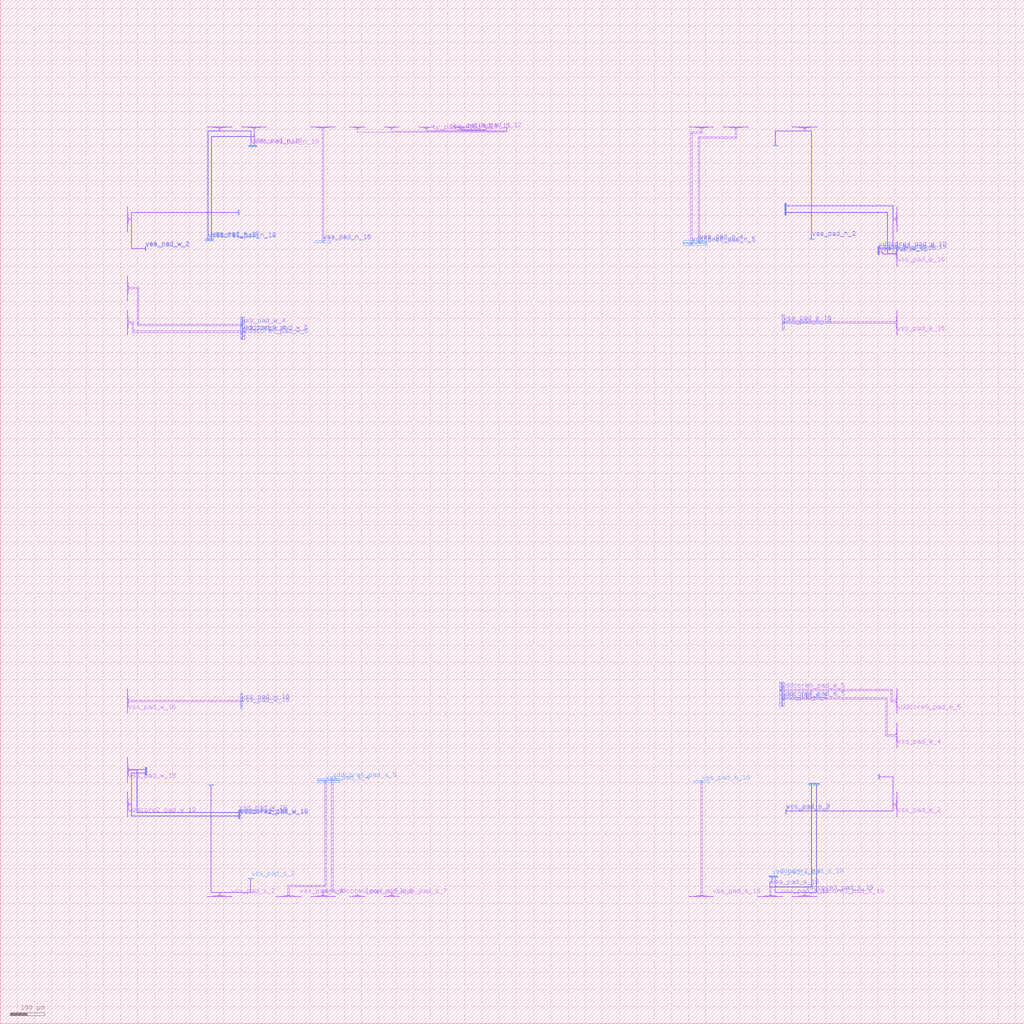
<source format=lef>
VERSION 5.7 ;
  NOWIREEXTENSIONATPIN ON ;
  DIVIDERCHAR "/" ;
  BUSBITCHARS "[]" ;
MACRO wiring
  CLASS COVER ;
  FOREIGN wiring ;
  ORIGIN 0.000 0.000 ;
  SIZE 2975.600 BY 2975.600 ;
  PIN vss_pad_s_2
    DIRECTION INOUT ;
    USE GROUND ;
    PORT
      LAYER Metal2 ;
        RECT 611.950 692.780 613.650 694.380 ;
        RECT 612.000 382.780 613.600 692.780 ;
        RECT 726.950 421.220 728.650 422.820 ;
        RECT 727.000 382.780 728.600 421.220 ;
        RECT 612.000 381.180 728.600 382.780 ;
        RECT 636.200 373.940 639.400 381.180 ;
        RECT 635.970 373.660 639.630 373.940 ;
        RECT 635.450 373.380 640.150 373.660 ;
        RECT 634.790 373.100 640.810 373.380 ;
        RECT 633.940 372.820 641.660 373.100 ;
        RECT 632.850 372.540 642.750 372.820 ;
        RECT 631.450 372.260 644.150 372.540 ;
        RECT 629.660 371.980 645.940 372.260 ;
        RECT 627.370 371.700 648.230 371.980 ;
        RECT 624.420 371.420 651.180 371.700 ;
        RECT 620.650 371.140 654.950 371.420 ;
        RECT 615.810 370.860 659.790 371.140 ;
        RECT 609.610 370.580 665.990 370.860 ;
        RECT 601.660 370.300 673.940 370.580 ;
        RECT 601.660 369.300 611.160 370.300 ;
        RECT 614.060 369.300 624.310 370.300 ;
        RECT 625.910 369.300 636.160 370.300 ;
        RECT 639.440 369.300 649.690 370.300 ;
        RECT 651.290 369.300 661.540 370.300 ;
        RECT 664.440 369.300 673.940 370.300 ;
      LAYER Metal3 ;
        RECT 612.000 694.380 613.600 694.425 ;
        RECT 611.955 692.780 613.645 694.380 ;
        RECT 612.000 692.735 613.600 692.780 ;
        RECT 727.000 422.820 728.600 422.865 ;
        RECT 726.955 421.220 728.645 422.820 ;
        RECT 727.000 421.175 728.600 421.220 ;
      LAYER Metal4 ;
        RECT 612.000 694.380 613.600 694.425 ;
        RECT 611.955 692.780 613.645 694.380 ;
        RECT 612.000 692.735 613.600 692.780 ;
        RECT 727.000 422.820 728.600 422.865 ;
        RECT 726.955 421.220 728.645 422.820 ;
        RECT 727.000 421.175 728.600 421.220 ;
      LAYER Metal5 ;
        RECT 612.000 694.380 613.600 694.425 ;
        RECT 605.600 692.780 620.000 694.380 ;
        RECT 612.000 692.735 613.600 692.780 ;
        RECT 727.000 422.820 728.600 422.865 ;
        RECT 720.600 421.220 735.000 422.820 ;
        RECT 727.000 421.175 728.600 421.220 ;
    END
  END vss_pad_s_2
  PIN vss_pad_s_4
    DIRECTION INOUT ;
    USE GROUND ;
    PORT
      LAYER Metal2 ;
        RECT 942.185 700.440 947.285 705.440 ;
        RECT 942.235 402.880 947.235 700.440 ;
        RECT 835.300 397.880 947.235 402.880 ;
        RECT 835.300 373.380 840.300 397.880 ;
        RECT 834.790 373.100 840.810 373.380 ;
        RECT 833.940 372.820 841.660 373.100 ;
        RECT 832.850 372.540 842.750 372.820 ;
        RECT 831.450 372.260 844.150 372.540 ;
        RECT 829.660 371.980 845.940 372.260 ;
        RECT 827.370 371.700 848.230 371.980 ;
        RECT 824.420 371.420 851.180 371.700 ;
        RECT 820.650 371.140 854.950 371.420 ;
        RECT 815.810 370.860 859.790 371.140 ;
        RECT 809.610 370.580 865.990 370.860 ;
        RECT 801.660 370.300 873.940 370.580 ;
        RECT 801.660 369.300 811.160 370.300 ;
        RECT 814.060 369.300 824.310 370.300 ;
        RECT 825.910 369.300 836.160 370.300 ;
        RECT 839.440 369.300 849.690 370.300 ;
        RECT 851.290 369.300 861.540 370.300 ;
        RECT 864.440 369.300 873.940 370.300 ;
      LAYER Metal3 ;
        RECT 942.235 705.440 947.235 705.485 ;
        RECT 942.190 700.440 947.280 705.440 ;
        RECT 942.235 700.395 947.235 700.440 ;
      LAYER Metal4 ;
        RECT 942.235 705.440 947.235 705.485 ;
        RECT 942.190 700.440 947.280 705.440 ;
        RECT 942.235 700.395 947.235 700.440 ;
      LAYER Metal5 ;
        RECT 942.235 705.440 947.235 705.485 ;
        RECT 922.235 700.440 987.235 705.440 ;
        RECT 942.235 700.395 947.235 700.440 ;
    END
  END vss_pad_s_4
  PIN vddcore0_pad_s_5
    DIRECTION INOUT ;
    USE POWER ;
    PORT
      LAYER Metal2 ;
        RECT 962.185 707.440 967.285 712.440 ;
        RECT 962.235 387.880 967.235 707.440 ;
        RECT 935.300 382.880 967.235 387.880 ;
        RECT 935.300 373.380 940.300 382.880 ;
        RECT 934.790 373.100 940.810 373.380 ;
        RECT 933.940 372.820 941.660 373.100 ;
        RECT 932.850 372.540 942.750 372.820 ;
        RECT 931.450 372.260 944.150 372.540 ;
        RECT 929.660 371.980 945.940 372.260 ;
        RECT 927.370 371.700 948.230 371.980 ;
        RECT 924.420 371.420 951.180 371.700 ;
        RECT 920.650 371.140 954.950 371.420 ;
        RECT 915.810 370.860 959.790 371.140 ;
        RECT 909.610 370.580 965.990 370.860 ;
        RECT 901.660 370.300 973.940 370.580 ;
        RECT 901.660 369.300 911.160 370.300 ;
        RECT 914.060 369.300 924.310 370.300 ;
        RECT 925.910 369.300 936.160 370.300 ;
        RECT 939.440 369.300 949.690 370.300 ;
        RECT 951.290 369.300 961.540 370.300 ;
        RECT 964.440 369.300 973.940 370.300 ;
      LAYER Metal3 ;
        RECT 962.235 712.440 967.235 712.485 ;
        RECT 962.190 707.440 967.280 712.440 ;
        RECT 962.235 707.395 967.235 707.440 ;
      LAYER Metal4 ;
        RECT 962.235 712.440 967.235 712.485 ;
        RECT 962.190 707.440 967.280 712.440 ;
        RECT 962.235 707.395 967.235 707.440 ;
      LAYER Metal5 ;
        RECT 962.235 712.440 967.235 712.485 ;
        RECT 922.235 707.440 987.235 712.440 ;
        RECT 962.235 707.395 967.235 707.440 ;
    END
  END vddcore0_pad_s_5
  PIN vss_pad_s_16
    DIRECTION INOUT ;
    USE GROUND ;
    PORT
      LAYER Metal2 ;
        RECT 2035.250 700.440 2040.350 705.440 ;
        RECT 2035.300 373.380 2040.300 700.440 ;
        RECT 2034.790 373.100 2040.810 373.380 ;
        RECT 2033.940 372.820 2041.660 373.100 ;
        RECT 2032.850 372.540 2042.750 372.820 ;
        RECT 2031.450 372.260 2044.150 372.540 ;
        RECT 2029.660 371.980 2045.940 372.260 ;
        RECT 2027.370 371.700 2048.230 371.980 ;
        RECT 2024.420 371.420 2051.180 371.700 ;
        RECT 2020.650 371.140 2054.950 371.420 ;
        RECT 2015.810 370.860 2059.790 371.140 ;
        RECT 2009.610 370.580 2065.990 370.860 ;
        RECT 2001.660 370.300 2073.940 370.580 ;
        RECT 2001.660 369.300 2011.160 370.300 ;
        RECT 2014.060 369.300 2024.310 370.300 ;
        RECT 2025.910 369.300 2036.160 370.300 ;
        RECT 2039.440 369.300 2049.690 370.300 ;
        RECT 2051.290 369.300 2061.540 370.300 ;
        RECT 2064.440 369.300 2073.940 370.300 ;
      LAYER Metal3 ;
        RECT 2035.300 705.440 2040.300 705.485 ;
        RECT 2035.255 700.440 2040.345 705.440 ;
        RECT 2035.300 700.395 2040.300 700.440 ;
      LAYER Metal4 ;
        RECT 2035.300 705.440 2040.300 705.485 ;
        RECT 2035.255 700.440 2040.345 705.440 ;
        RECT 2035.300 700.395 2040.300 700.440 ;
      LAYER Metal5 ;
        RECT 2035.300 705.440 2040.300 705.485 ;
        RECT 2015.300 700.440 2060.300 705.440 ;
        RECT 2035.300 700.395 2040.300 700.440 ;
    END
  END vss_pad_s_16
  PIN vss_pad_s_18
    DIRECTION INOUT ;
    USE GROUND ;
    PORT
      LAYER Metal2 ;
        RECT 2241.150 425.150 2242.850 426.750 ;
        RECT 2241.200 412.780 2242.800 425.150 ;
        RECT 2236.200 411.180 2242.800 412.780 ;
        RECT 2236.200 397.780 2237.800 411.180 ;
        RECT 2236.200 396.180 2239.450 397.780 ;
        RECT 2236.200 373.940 2239.400 396.180 ;
        RECT 2235.970 373.660 2239.630 373.940 ;
        RECT 2235.450 373.380 2240.150 373.660 ;
        RECT 2234.790 373.100 2240.810 373.380 ;
        RECT 2233.940 372.820 2241.660 373.100 ;
        RECT 2232.850 372.540 2242.750 372.820 ;
        RECT 2231.450 372.260 2244.150 372.540 ;
        RECT 2229.660 371.980 2245.940 372.260 ;
        RECT 2227.370 371.700 2248.230 371.980 ;
        RECT 2224.420 371.420 2251.180 371.700 ;
        RECT 2220.650 371.140 2254.950 371.420 ;
        RECT 2215.810 370.860 2259.790 371.140 ;
        RECT 2209.610 370.580 2265.990 370.860 ;
        RECT 2201.660 370.300 2273.940 370.580 ;
        RECT 2201.660 369.300 2211.160 370.300 ;
        RECT 2214.060 369.300 2224.310 370.300 ;
        RECT 2225.910 369.300 2236.160 370.300 ;
        RECT 2239.440 369.300 2249.690 370.300 ;
        RECT 2251.290 369.300 2261.540 370.300 ;
        RECT 2264.440 369.300 2273.940 370.300 ;
      LAYER Metal3 ;
        RECT 2356.150 693.700 2357.850 695.300 ;
        RECT 2241.200 426.750 2242.800 426.795 ;
        RECT 2241.155 425.150 2242.845 426.750 ;
        RECT 2241.200 425.105 2242.800 425.150 ;
        RECT 2237.800 397.780 2239.400 397.830 ;
        RECT 2356.200 397.780 2357.800 693.700 ;
        RECT 2237.800 396.180 2357.800 397.780 ;
        RECT 2237.800 396.130 2239.400 396.180 ;
      LAYER Metal4 ;
        RECT 2356.200 695.300 2357.800 695.345 ;
        RECT 2356.155 693.700 2357.845 695.300 ;
        RECT 2356.200 693.655 2357.800 693.700 ;
        RECT 2241.200 426.750 2242.800 426.795 ;
        RECT 2241.155 425.150 2242.845 426.750 ;
        RECT 2241.200 425.105 2242.800 425.150 ;
      LAYER Metal5 ;
        RECT 2356.200 695.300 2357.800 695.345 ;
        RECT 2349.800 693.700 2379.200 695.300 ;
        RECT 2356.200 693.655 2357.800 693.700 ;
        RECT 2241.200 426.750 2242.800 426.795 ;
        RECT 2234.800 425.150 2259.200 426.750 ;
        RECT 2241.200 425.105 2242.800 425.150 ;
    END
  END vss_pad_s_18
  PIN vddcore3_pad_s_19
    DIRECTION INOUT ;
    USE POWER ;
    PORT
      LAYER Metal2 ;
        RECT 2251.150 428.450 2252.850 430.050 ;
        RECT 2251.200 382.780 2252.800 428.450 ;
        RECT 2251.200 381.180 2339.450 382.780 ;
        RECT 2336.200 373.940 2339.400 381.180 ;
        RECT 2335.970 373.660 2339.630 373.940 ;
        RECT 2335.450 373.380 2340.150 373.660 ;
        RECT 2334.790 373.100 2340.810 373.380 ;
        RECT 2333.940 372.820 2341.660 373.100 ;
        RECT 2332.850 372.540 2342.750 372.820 ;
        RECT 2331.450 372.260 2344.150 372.540 ;
        RECT 2329.660 371.980 2345.940 372.260 ;
        RECT 2327.370 371.700 2348.230 371.980 ;
        RECT 2324.420 371.420 2351.180 371.700 ;
        RECT 2320.650 371.140 2354.950 371.420 ;
        RECT 2315.810 370.860 2359.790 371.140 ;
        RECT 2309.610 370.580 2365.990 370.860 ;
        RECT 2301.660 370.300 2373.940 370.580 ;
        RECT 2301.660 369.300 2311.160 370.300 ;
        RECT 2314.060 369.300 2324.310 370.300 ;
        RECT 2325.910 369.300 2336.160 370.300 ;
        RECT 2339.440 369.300 2349.690 370.300 ;
        RECT 2351.290 369.300 2361.540 370.300 ;
        RECT 2364.440 369.300 2373.940 370.300 ;
      LAYER Metal3 ;
        RECT 2371.150 697.000 2372.850 698.600 ;
        RECT 2251.200 430.050 2252.800 430.095 ;
        RECT 2251.155 428.450 2252.845 430.050 ;
        RECT 2251.200 428.405 2252.800 428.450 ;
        RECT 2337.800 382.780 2339.400 382.830 ;
        RECT 2371.200 382.780 2372.800 697.000 ;
        RECT 2337.800 381.180 2372.800 382.780 ;
        RECT 2337.800 381.130 2339.400 381.180 ;
      LAYER Metal4 ;
        RECT 2371.200 698.600 2372.800 698.645 ;
        RECT 2371.155 697.000 2372.845 698.600 ;
        RECT 2371.200 696.955 2372.800 697.000 ;
        RECT 2251.200 430.050 2252.800 430.095 ;
        RECT 2251.155 428.450 2252.845 430.050 ;
        RECT 2251.200 428.405 2252.800 428.450 ;
      LAYER Metal5 ;
        RECT 2371.200 698.600 2372.800 698.645 ;
        RECT 2349.800 697.000 2379.200 698.600 ;
        RECT 2371.200 696.955 2372.800 697.000 ;
        RECT 2251.200 430.050 2252.800 430.095 ;
        RECT 2234.800 428.450 2259.200 430.050 ;
        RECT 2251.200 428.405 2252.800 428.450 ;
    END
  END vddcore3_pad_s_19
  PIN vss_pad_e_2
    DIRECTION INOUT ;
    USE GROUND ;
    PORT
      LAYER Metal2 ;
        RECT 2553.300 718.600 2554.900 718.650 ;
        RECT 2553.300 717.000 2594.420 718.600 ;
        RECT 2553.300 716.950 2554.900 717.000 ;
        RECT 2592.820 639.400 2594.420 717.000 ;
        RECT 2605.020 665.990 2606.300 673.940 ;
        RECT 2604.740 664.440 2606.300 665.990 ;
        RECT 2604.740 661.540 2605.300 664.440 ;
        RECT 2604.740 659.790 2606.300 661.540 ;
        RECT 2604.460 654.950 2606.300 659.790 ;
        RECT 2604.180 651.290 2606.300 654.950 ;
        RECT 2604.180 651.180 2605.300 651.290 ;
        RECT 2603.900 649.690 2605.300 651.180 ;
        RECT 2603.900 648.230 2606.300 649.690 ;
        RECT 2603.620 645.940 2606.300 648.230 ;
        RECT 2603.340 644.150 2606.300 645.940 ;
        RECT 2603.060 642.750 2606.300 644.150 ;
        RECT 2602.780 641.660 2606.300 642.750 ;
        RECT 2602.500 640.810 2606.300 641.660 ;
        RECT 2602.220 640.150 2606.300 640.810 ;
        RECT 2601.940 639.630 2606.300 640.150 ;
        RECT 2601.660 639.440 2606.300 639.630 ;
        RECT 2601.660 639.400 2605.300 639.440 ;
        RECT 2592.820 636.200 2605.300 639.400 ;
        RECT 2282.300 618.600 2283.900 618.650 ;
        RECT 2592.820 618.600 2594.420 636.200 ;
        RECT 2601.660 636.160 2605.300 636.200 ;
        RECT 2601.660 635.970 2606.300 636.160 ;
        RECT 2601.940 635.450 2606.300 635.970 ;
        RECT 2602.220 634.790 2606.300 635.450 ;
        RECT 2602.500 633.940 2606.300 634.790 ;
        RECT 2602.780 632.850 2606.300 633.940 ;
        RECT 2603.060 631.450 2606.300 632.850 ;
        RECT 2603.340 629.660 2606.300 631.450 ;
        RECT 2603.620 627.370 2606.300 629.660 ;
        RECT 2603.900 625.910 2606.300 627.370 ;
        RECT 2603.900 624.420 2605.300 625.910 ;
        RECT 2604.180 624.310 2605.300 624.420 ;
        RECT 2604.180 620.650 2606.300 624.310 ;
        RECT 2282.300 617.000 2594.420 618.600 ;
        RECT 2282.300 616.950 2283.900 617.000 ;
        RECT 2604.460 615.810 2606.300 620.650 ;
        RECT 2604.740 614.060 2606.300 615.810 ;
        RECT 2604.740 611.160 2605.300 614.060 ;
        RECT 2604.740 609.610 2606.300 611.160 ;
        RECT 2605.020 601.660 2606.300 609.610 ;
      LAYER Metal3 ;
        RECT 2553.300 718.600 2554.900 718.645 ;
        RECT 2553.255 717.000 2554.945 718.600 ;
        RECT 2553.300 716.955 2554.900 717.000 ;
        RECT 2282.300 618.600 2283.900 618.645 ;
        RECT 2282.255 617.000 2283.945 618.600 ;
        RECT 2282.300 616.955 2283.900 617.000 ;
      LAYER Metal4 ;
        RECT 2553.300 718.600 2554.900 725.000 ;
        RECT 2553.255 717.000 2554.945 718.600 ;
        RECT 2553.300 710.600 2554.900 717.000 ;
        RECT 2282.300 618.600 2283.900 625.000 ;
        RECT 2282.255 617.000 2283.945 618.600 ;
        RECT 2282.300 610.600 2283.900 617.000 ;
    END
  END vss_pad_e_2
  PIN vss_pad_e_4
    DIRECTION INOUT ;
    USE GROUND ;
    PORT
      LAYER Metal2 ;
        RECT 2272.720 947.235 2277.720 947.285 ;
        RECT 2272.720 942.235 2577.720 947.235 ;
        RECT 2272.720 942.185 2277.720 942.235 ;
        RECT 2572.720 840.300 2577.720 942.235 ;
        RECT 2605.020 865.990 2606.300 873.940 ;
        RECT 2604.740 864.440 2606.300 865.990 ;
        RECT 2604.740 861.540 2605.300 864.440 ;
        RECT 2604.740 859.790 2606.300 861.540 ;
        RECT 2604.460 854.950 2606.300 859.790 ;
        RECT 2604.180 851.290 2606.300 854.950 ;
        RECT 2604.180 851.180 2605.300 851.290 ;
        RECT 2603.900 849.690 2605.300 851.180 ;
        RECT 2603.900 848.230 2606.300 849.690 ;
        RECT 2603.620 845.940 2606.300 848.230 ;
        RECT 2603.340 844.150 2606.300 845.940 ;
        RECT 2603.060 842.750 2606.300 844.150 ;
        RECT 2602.780 841.660 2606.300 842.750 ;
        RECT 2602.500 840.810 2606.300 841.660 ;
        RECT 2602.220 840.300 2606.300 840.810 ;
        RECT 2572.720 839.440 2606.300 840.300 ;
        RECT 2572.720 836.160 2605.300 839.440 ;
        RECT 2572.720 835.300 2606.300 836.160 ;
        RECT 2602.220 834.790 2606.300 835.300 ;
        RECT 2602.500 833.940 2606.300 834.790 ;
        RECT 2602.780 832.850 2606.300 833.940 ;
        RECT 2603.060 831.450 2606.300 832.850 ;
        RECT 2603.340 829.660 2606.300 831.450 ;
        RECT 2603.620 827.370 2606.300 829.660 ;
        RECT 2603.900 825.910 2606.300 827.370 ;
        RECT 2603.900 824.420 2605.300 825.910 ;
        RECT 2604.180 824.310 2605.300 824.420 ;
        RECT 2604.180 820.650 2606.300 824.310 ;
        RECT 2604.460 815.810 2606.300 820.650 ;
        RECT 2604.740 814.060 2606.300 815.810 ;
        RECT 2604.740 811.160 2605.300 814.060 ;
        RECT 2604.740 809.610 2606.300 811.160 ;
        RECT 2605.020 801.660 2606.300 809.610 ;
      LAYER Metal3 ;
        RECT 2272.720 947.235 2277.720 947.280 ;
        RECT 2272.675 942.235 2277.765 947.235 ;
        RECT 2272.720 942.190 2277.720 942.235 ;
      LAYER Metal4 ;
        RECT 2272.720 947.235 2277.720 992.235 ;
        RECT 2272.675 942.235 2277.765 947.235 ;
        RECT 2272.720 922.235 2277.720 942.235 ;
    END
  END vss_pad_e_4
  PIN vddcore0_pad_e_5
    DIRECTION INOUT ;
    USE POWER ;
    PORT
      LAYER Metal2 ;
        RECT 2265.720 972.235 2270.720 972.285 ;
        RECT 2265.720 967.235 2592.720 972.235 ;
        RECT 2265.720 967.185 2270.720 967.235 ;
        RECT 2587.720 940.300 2592.720 967.235 ;
        RECT 2605.020 965.990 2606.300 973.940 ;
        RECT 2604.740 964.440 2606.300 965.990 ;
        RECT 2604.740 961.540 2605.300 964.440 ;
        RECT 2604.740 959.790 2606.300 961.540 ;
        RECT 2604.460 954.950 2606.300 959.790 ;
        RECT 2604.180 951.290 2606.300 954.950 ;
        RECT 2604.180 951.180 2605.300 951.290 ;
        RECT 2603.900 949.690 2605.300 951.180 ;
        RECT 2603.900 948.230 2606.300 949.690 ;
        RECT 2603.620 945.940 2606.300 948.230 ;
        RECT 2603.340 944.150 2606.300 945.940 ;
        RECT 2603.060 942.750 2606.300 944.150 ;
        RECT 2602.780 941.660 2606.300 942.750 ;
        RECT 2602.500 940.810 2606.300 941.660 ;
        RECT 2602.220 940.300 2606.300 940.810 ;
        RECT 2587.720 939.440 2606.300 940.300 ;
        RECT 2587.720 936.160 2605.300 939.440 ;
        RECT 2587.720 935.300 2606.300 936.160 ;
        RECT 2602.220 934.790 2606.300 935.300 ;
        RECT 2602.500 933.940 2606.300 934.790 ;
        RECT 2602.780 932.850 2606.300 933.940 ;
        RECT 2603.060 931.450 2606.300 932.850 ;
        RECT 2603.340 929.660 2606.300 931.450 ;
        RECT 2603.620 927.370 2606.300 929.660 ;
        RECT 2603.900 925.910 2606.300 927.370 ;
        RECT 2603.900 924.420 2605.300 925.910 ;
        RECT 2604.180 924.310 2605.300 924.420 ;
        RECT 2604.180 920.650 2606.300 924.310 ;
        RECT 2604.460 915.810 2606.300 920.650 ;
        RECT 2604.740 914.060 2606.300 915.810 ;
        RECT 2604.740 911.160 2605.300 914.060 ;
        RECT 2604.740 909.610 2606.300 911.160 ;
        RECT 2605.020 901.660 2606.300 909.610 ;
      LAYER Metal3 ;
        RECT 2265.720 972.235 2270.720 972.280 ;
        RECT 2265.675 967.235 2270.765 972.235 ;
        RECT 2265.720 967.190 2270.720 967.235 ;
      LAYER Metal4 ;
        RECT 2265.720 972.235 2270.720 992.235 ;
        RECT 2265.675 967.235 2270.765 972.235 ;
        RECT 2265.720 922.235 2270.720 967.235 ;
    END
  END vddcore0_pad_e_5
  PIN vss_pad_e_16
    DIRECTION INOUT ;
    USE GROUND ;
    PORT
      LAYER Metal2 ;
        RECT 2605.020 2065.990 2606.300 2073.940 ;
        RECT 2604.740 2064.440 2606.300 2065.990 ;
        RECT 2604.740 2061.540 2605.300 2064.440 ;
        RECT 2604.740 2059.790 2606.300 2061.540 ;
        RECT 2604.460 2054.950 2606.300 2059.790 ;
        RECT 2604.180 2051.290 2606.300 2054.950 ;
        RECT 2604.180 2051.180 2605.300 2051.290 ;
        RECT 2603.900 2049.690 2605.300 2051.180 ;
        RECT 2603.900 2048.230 2606.300 2049.690 ;
        RECT 2603.620 2045.940 2606.300 2048.230 ;
        RECT 2603.340 2044.150 2606.300 2045.940 ;
        RECT 2603.060 2042.750 2606.300 2044.150 ;
        RECT 2602.780 2041.660 2606.300 2042.750 ;
        RECT 2602.500 2040.810 2606.300 2041.660 ;
        RECT 2272.720 2040.300 2277.720 2040.350 ;
        RECT 2602.220 2040.300 2606.300 2040.810 ;
        RECT 2272.720 2039.440 2606.300 2040.300 ;
        RECT 2272.720 2036.160 2605.300 2039.440 ;
        RECT 2272.720 2035.300 2606.300 2036.160 ;
        RECT 2272.720 2035.250 2277.720 2035.300 ;
        RECT 2602.220 2034.790 2606.300 2035.300 ;
        RECT 2602.500 2033.940 2606.300 2034.790 ;
        RECT 2602.780 2032.850 2606.300 2033.940 ;
        RECT 2603.060 2031.450 2606.300 2032.850 ;
        RECT 2603.340 2029.660 2606.300 2031.450 ;
        RECT 2603.620 2027.370 2606.300 2029.660 ;
        RECT 2603.900 2025.910 2606.300 2027.370 ;
        RECT 2603.900 2024.420 2605.300 2025.910 ;
        RECT 2604.180 2024.310 2605.300 2024.420 ;
        RECT 2604.180 2020.650 2606.300 2024.310 ;
        RECT 2604.460 2015.810 2606.300 2020.650 ;
        RECT 2604.740 2014.060 2606.300 2015.810 ;
        RECT 2604.740 2011.160 2605.300 2014.060 ;
        RECT 2604.740 2009.610 2606.300 2011.160 ;
        RECT 2605.020 2001.660 2606.300 2009.610 ;
      LAYER Metal3 ;
        RECT 2272.720 2040.300 2277.720 2040.345 ;
        RECT 2272.675 2035.300 2277.765 2040.300 ;
        RECT 2272.720 2035.255 2277.720 2035.300 ;
      LAYER Metal4 ;
        RECT 2272.720 2040.300 2277.720 2060.300 ;
        RECT 2272.675 2035.300 2277.765 2040.300 ;
        RECT 2272.720 2015.300 2277.720 2035.300 ;
    END
  END vss_pad_e_16
  PIN vss_pad_e_18
    DIRECTION INOUT ;
    USE GROUND ;
    PORT
      LAYER Metal2 ;
        RECT 2605.020 2265.990 2606.300 2273.940 ;
        RECT 2604.740 2264.440 2606.300 2265.990 ;
        RECT 2604.740 2261.540 2605.300 2264.440 ;
        RECT 2604.740 2259.790 2606.300 2261.540 ;
        RECT 2604.460 2254.950 2606.300 2259.790 ;
        RECT 2604.180 2251.290 2606.300 2254.950 ;
        RECT 2604.180 2251.180 2605.300 2251.290 ;
        RECT 2603.900 2249.690 2605.300 2251.180 ;
        RECT 2603.900 2248.230 2606.300 2249.690 ;
        RECT 2603.620 2245.940 2606.300 2248.230 ;
        RECT 2603.340 2244.150 2606.300 2245.940 ;
        RECT 2553.300 2242.800 2554.900 2242.850 ;
        RECT 2553.300 2241.200 2564.420 2242.800 ;
        RECT 2603.060 2242.750 2606.300 2244.150 ;
        RECT 2602.780 2241.660 2606.300 2242.750 ;
        RECT 2553.300 2241.150 2554.900 2241.200 ;
        RECT 2562.820 2237.800 2564.420 2241.200 ;
        RECT 2602.500 2240.810 2606.300 2241.660 ;
        RECT 2602.220 2240.150 2606.300 2240.810 ;
        RECT 2601.940 2239.630 2606.300 2240.150 ;
        RECT 2577.820 2239.400 2579.420 2239.450 ;
        RECT 2601.660 2239.440 2606.300 2239.630 ;
        RECT 2601.660 2239.400 2605.300 2239.440 ;
        RECT 2577.820 2237.800 2605.300 2239.400 ;
        RECT 2562.820 2236.200 2605.300 2237.800 ;
        RECT 2601.660 2236.160 2605.300 2236.200 ;
        RECT 2601.660 2235.970 2606.300 2236.160 ;
        RECT 2601.940 2235.450 2606.300 2235.970 ;
        RECT 2602.220 2234.790 2606.300 2235.450 ;
        RECT 2602.500 2233.940 2606.300 2234.790 ;
        RECT 2602.780 2232.850 2606.300 2233.940 ;
        RECT 2603.060 2231.450 2606.300 2232.850 ;
        RECT 2603.340 2229.660 2606.300 2231.450 ;
        RECT 2603.620 2227.370 2606.300 2229.660 ;
        RECT 2603.900 2225.910 2606.300 2227.370 ;
        RECT 2603.900 2224.420 2605.300 2225.910 ;
        RECT 2604.180 2224.310 2605.300 2224.420 ;
        RECT 2604.180 2220.650 2606.300 2224.310 ;
        RECT 2604.460 2215.810 2606.300 2220.650 ;
        RECT 2604.740 2214.060 2606.300 2215.810 ;
        RECT 2604.740 2211.160 2605.300 2214.060 ;
        RECT 2604.740 2209.610 2606.300 2211.160 ;
        RECT 2605.020 2201.660 2606.300 2209.610 ;
      LAYER Metal3 ;
        RECT 2282.300 2357.800 2283.900 2357.850 ;
        RECT 2282.300 2356.200 2579.420 2357.800 ;
        RECT 2282.300 2356.150 2283.900 2356.200 ;
        RECT 2553.300 2242.800 2554.900 2242.845 ;
        RECT 2553.255 2241.200 2554.945 2242.800 ;
        RECT 2553.300 2241.155 2554.900 2241.200 ;
        RECT 2577.820 2239.400 2579.420 2356.200 ;
        RECT 2577.770 2237.800 2579.470 2239.400 ;
      LAYER Metal4 ;
        RECT 2282.300 2357.800 2283.900 2384.200 ;
        RECT 2282.255 2356.200 2283.945 2357.800 ;
        RECT 2282.300 2349.800 2283.900 2356.200 ;
        RECT 2553.300 2242.800 2554.900 2259.200 ;
        RECT 2553.255 2241.200 2554.945 2242.800 ;
        RECT 2553.300 2234.800 2554.900 2241.200 ;
    END
  END vss_pad_e_18
  PIN vddcore4_pad_e_19
    DIRECTION INOUT ;
    USE POWER ;
    PORT
      LAYER Metal2 ;
        RECT 2605.020 2365.990 2606.300 2373.940 ;
        RECT 2604.740 2364.440 2606.300 2365.990 ;
        RECT 2604.740 2361.540 2605.300 2364.440 ;
        RECT 2604.740 2359.790 2606.300 2361.540 ;
        RECT 2604.460 2354.950 2606.300 2359.790 ;
        RECT 2604.180 2351.290 2606.300 2354.950 ;
        RECT 2604.180 2351.180 2605.300 2351.290 ;
        RECT 2603.900 2349.690 2605.300 2351.180 ;
        RECT 2603.900 2348.230 2606.300 2349.690 ;
        RECT 2603.620 2345.940 2606.300 2348.230 ;
        RECT 2603.340 2344.150 2606.300 2345.940 ;
        RECT 2603.060 2342.750 2606.300 2344.150 ;
        RECT 2602.780 2341.660 2606.300 2342.750 ;
        RECT 2602.500 2340.810 2606.300 2341.660 ;
        RECT 2602.220 2340.150 2606.300 2340.810 ;
        RECT 2601.940 2339.630 2606.300 2340.150 ;
        RECT 2592.820 2339.400 2594.420 2339.450 ;
        RECT 2601.660 2339.440 2606.300 2339.630 ;
        RECT 2601.660 2339.400 2605.300 2339.440 ;
        RECT 2592.820 2336.200 2605.300 2339.400 ;
        RECT 2550.000 2252.800 2551.600 2252.850 ;
        RECT 2592.820 2252.800 2594.420 2336.200 ;
        RECT 2601.660 2336.160 2605.300 2336.200 ;
        RECT 2601.660 2335.970 2606.300 2336.160 ;
        RECT 2601.940 2335.450 2606.300 2335.970 ;
        RECT 2602.220 2334.790 2606.300 2335.450 ;
        RECT 2602.500 2333.940 2606.300 2334.790 ;
        RECT 2602.780 2332.850 2606.300 2333.940 ;
        RECT 2603.060 2331.450 2606.300 2332.850 ;
        RECT 2603.340 2329.660 2606.300 2331.450 ;
        RECT 2603.620 2327.370 2606.300 2329.660 ;
        RECT 2603.900 2325.910 2606.300 2327.370 ;
        RECT 2603.900 2324.420 2605.300 2325.910 ;
        RECT 2604.180 2324.310 2605.300 2324.420 ;
        RECT 2604.180 2320.650 2606.300 2324.310 ;
        RECT 2604.460 2315.810 2606.300 2320.650 ;
        RECT 2604.740 2314.060 2606.300 2315.810 ;
        RECT 2604.740 2311.160 2605.300 2314.060 ;
        RECT 2604.740 2309.610 2606.300 2311.160 ;
        RECT 2605.020 2301.660 2606.300 2309.610 ;
        RECT 2550.000 2251.200 2594.420 2252.800 ;
        RECT 2550.000 2251.150 2551.600 2251.200 ;
      LAYER Metal3 ;
        RECT 2279.000 2377.800 2280.600 2377.850 ;
        RECT 2279.000 2376.200 2594.420 2377.800 ;
        RECT 2279.000 2376.150 2280.600 2376.200 ;
        RECT 2592.820 2339.400 2594.420 2376.200 ;
        RECT 2592.770 2337.800 2594.470 2339.400 ;
        RECT 2550.000 2252.800 2551.600 2252.845 ;
        RECT 2549.955 2251.200 2551.645 2252.800 ;
        RECT 2550.000 2251.155 2551.600 2251.200 ;
      LAYER Metal4 ;
        RECT 2279.000 2377.800 2280.600 2384.200 ;
        RECT 2278.955 2376.200 2280.645 2377.800 ;
        RECT 2279.000 2349.800 2280.600 2376.200 ;
        RECT 2550.000 2252.800 2551.600 2259.200 ;
        RECT 2549.955 2251.200 2551.645 2252.800 ;
        RECT 2550.000 2234.800 2551.600 2251.200 ;
    END
  END vddcore4_pad_e_19
  PIN vss_pad_n_2
    DIRECTION INOUT ;
    USE GROUND ;
    PORT
      LAYER Metal2 ;
        RECT 2301.660 2605.300 2311.160 2606.300 ;
        RECT 2314.060 2605.300 2324.310 2606.300 ;
        RECT 2325.910 2605.300 2336.160 2606.300 ;
        RECT 2339.440 2605.300 2349.690 2606.300 ;
        RECT 2351.290 2605.300 2361.540 2606.300 ;
        RECT 2364.440 2605.300 2373.940 2606.300 ;
        RECT 2301.660 2605.020 2373.940 2605.300 ;
        RECT 2309.610 2604.740 2365.990 2605.020 ;
        RECT 2315.810 2604.460 2359.790 2604.740 ;
        RECT 2320.650 2604.180 2354.950 2604.460 ;
        RECT 2324.420 2603.900 2351.180 2604.180 ;
        RECT 2327.370 2603.620 2348.230 2603.900 ;
        RECT 2329.660 2603.340 2345.940 2603.620 ;
        RECT 2331.450 2603.060 2344.150 2603.340 ;
        RECT 2332.850 2602.780 2342.750 2603.060 ;
        RECT 2333.940 2602.500 2341.660 2602.780 ;
        RECT 2334.790 2602.220 2340.810 2602.500 ;
        RECT 2335.450 2601.940 2340.150 2602.220 ;
        RECT 2335.970 2601.660 2339.630 2601.940 ;
        RECT 2336.200 2594.420 2339.400 2601.660 ;
        RECT 2252.000 2592.820 2358.600 2594.420 ;
        RECT 2252.000 2552.660 2253.600 2592.820 ;
        RECT 2251.950 2551.060 2253.650 2552.660 ;
        RECT 2357.000 2281.660 2358.600 2592.820 ;
        RECT 2356.950 2280.060 2358.650 2281.660 ;
      LAYER Metal3 ;
        RECT 2252.000 2552.660 2253.600 2552.705 ;
        RECT 2251.955 2551.060 2253.645 2552.660 ;
        RECT 2252.000 2551.015 2253.600 2551.060 ;
        RECT 2357.000 2281.660 2358.600 2281.705 ;
        RECT 2356.955 2280.060 2358.645 2281.660 ;
        RECT 2357.000 2280.015 2358.600 2280.060 ;
      LAYER Metal4 ;
        RECT 2252.000 2552.660 2253.600 2552.705 ;
        RECT 2251.955 2551.060 2253.645 2552.660 ;
        RECT 2252.000 2551.015 2253.600 2551.060 ;
        RECT 2357.000 2281.660 2358.600 2281.705 ;
        RECT 2356.955 2280.060 2358.645 2281.660 ;
        RECT 2357.000 2280.015 2358.600 2280.060 ;
      LAYER Metal5 ;
        RECT 2252.000 2552.660 2253.600 2552.705 ;
        RECT 2245.600 2551.060 2260.000 2552.660 ;
        RECT 2252.000 2551.015 2253.600 2551.060 ;
        RECT 2357.000 2281.660 2358.600 2281.705 ;
        RECT 2350.600 2280.060 2365.000 2281.660 ;
        RECT 2357.000 2280.015 2358.600 2280.060 ;
    END
  END vss_pad_n_2
  PIN vss_pad_n_4
    DIRECTION INOUT ;
    USE GROUND ;
    PORT
      LAYER Metal2 ;
        RECT 2101.660 2605.300 2111.160 2606.300 ;
        RECT 2114.060 2605.300 2124.310 2606.300 ;
        RECT 2125.910 2605.300 2136.160 2606.300 ;
        RECT 2139.440 2605.300 2149.690 2606.300 ;
        RECT 2151.290 2605.300 2161.540 2606.300 ;
        RECT 2164.440 2605.300 2173.940 2606.300 ;
        RECT 2101.660 2605.020 2173.940 2605.300 ;
        RECT 2109.610 2604.740 2165.990 2605.020 ;
        RECT 2115.810 2604.460 2159.790 2604.740 ;
        RECT 2120.650 2604.180 2154.950 2604.460 ;
        RECT 2124.420 2603.900 2151.180 2604.180 ;
        RECT 2127.370 2603.620 2148.230 2603.900 ;
        RECT 2129.660 2603.340 2145.940 2603.620 ;
        RECT 2131.450 2603.060 2144.150 2603.340 ;
        RECT 2132.850 2602.780 2142.750 2603.060 ;
        RECT 2133.940 2602.500 2141.660 2602.780 ;
        RECT 2134.790 2602.220 2140.810 2602.500 ;
        RECT 2135.300 2577.720 2140.300 2602.220 ;
        RECT 2028.365 2572.720 2140.300 2577.720 ;
        RECT 2028.365 2274.920 2033.365 2572.720 ;
        RECT 2028.315 2269.920 2033.415 2274.920 ;
      LAYER Metal3 ;
        RECT 2028.365 2274.920 2033.365 2274.965 ;
        RECT 2028.320 2269.920 2033.410 2274.920 ;
        RECT 2028.365 2269.875 2033.365 2269.920 ;
      LAYER Metal4 ;
        RECT 2028.365 2274.920 2033.365 2274.965 ;
        RECT 2028.320 2269.920 2033.410 2274.920 ;
        RECT 2028.365 2269.875 2033.365 2269.920 ;
      LAYER Metal5 ;
        RECT 2028.365 2274.920 2033.365 2274.965 ;
        RECT 1985.365 2269.920 2053.365 2274.920 ;
        RECT 2028.365 2269.875 2033.365 2269.920 ;
    END
  END vss_pad_n_4
  PIN vddcore0_pad_n_5
    DIRECTION INOUT ;
    USE POWER ;
    PORT
      LAYER Metal2 ;
        RECT 2001.660 2605.300 2011.160 2606.300 ;
        RECT 2014.060 2605.300 2024.310 2606.300 ;
        RECT 2025.910 2605.300 2036.160 2606.300 ;
        RECT 2039.440 2605.300 2049.690 2606.300 ;
        RECT 2051.290 2605.300 2061.540 2606.300 ;
        RECT 2064.440 2605.300 2073.940 2606.300 ;
        RECT 2001.660 2605.020 2073.940 2605.300 ;
        RECT 2009.610 2604.740 2065.990 2605.020 ;
        RECT 2015.810 2604.460 2059.790 2604.740 ;
        RECT 2020.650 2604.180 2054.950 2604.460 ;
        RECT 2024.420 2603.900 2051.180 2604.180 ;
        RECT 2027.370 2603.620 2048.230 2603.900 ;
        RECT 2029.660 2603.340 2045.940 2603.620 ;
        RECT 2031.450 2603.060 2044.150 2603.340 ;
        RECT 2032.850 2602.780 2042.750 2603.060 ;
        RECT 2033.940 2602.500 2041.660 2602.780 ;
        RECT 2034.790 2602.220 2040.810 2602.500 ;
        RECT 2035.300 2592.720 2040.300 2602.220 ;
        RECT 2005.365 2587.720 2040.300 2592.720 ;
        RECT 2005.365 2267.920 2010.365 2587.720 ;
        RECT 2005.315 2262.920 2010.415 2267.920 ;
      LAYER Metal3 ;
        RECT 2005.365 2267.920 2010.365 2267.965 ;
        RECT 2005.320 2262.920 2010.410 2267.920 ;
        RECT 2005.365 2262.875 2010.365 2262.920 ;
      LAYER Metal4 ;
        RECT 2005.365 2267.920 2010.365 2267.965 ;
        RECT 2005.320 2262.920 2010.410 2267.920 ;
        RECT 2005.365 2262.875 2010.365 2262.920 ;
      LAYER Metal5 ;
        RECT 2005.365 2267.920 2010.365 2267.965 ;
        RECT 1985.365 2262.920 2053.365 2267.920 ;
        RECT 2005.365 2262.875 2010.365 2262.920 ;
    END
  END vddcore0_pad_n_5
  PIN vss_pad_n_16
    DIRECTION INOUT ;
    USE GROUND ;
    PORT
      LAYER Metal2 ;
        RECT 901.660 2605.300 911.160 2606.300 ;
        RECT 914.060 2605.300 924.310 2606.300 ;
        RECT 925.910 2605.300 936.160 2606.300 ;
        RECT 939.440 2605.300 949.690 2606.300 ;
        RECT 951.290 2605.300 961.540 2606.300 ;
        RECT 964.440 2605.300 973.940 2606.300 ;
        RECT 901.660 2605.020 973.940 2605.300 ;
        RECT 909.610 2604.740 965.990 2605.020 ;
        RECT 915.810 2604.460 959.790 2604.740 ;
        RECT 920.650 2604.180 954.950 2604.460 ;
        RECT 924.420 2603.900 951.180 2604.180 ;
        RECT 927.370 2603.620 948.230 2603.900 ;
        RECT 929.660 2603.340 945.940 2603.620 ;
        RECT 931.450 2603.060 944.150 2603.340 ;
        RECT 932.850 2602.780 942.750 2603.060 ;
        RECT 933.940 2602.500 941.660 2602.780 ;
        RECT 934.790 2602.220 940.810 2602.500 ;
        RECT 935.300 2274.920 940.300 2602.220 ;
        RECT 935.250 2269.920 940.350 2274.920 ;
      LAYER Metal3 ;
        RECT 935.300 2274.920 940.300 2274.965 ;
        RECT 935.255 2269.920 940.345 2274.920 ;
        RECT 935.300 2269.875 940.300 2269.920 ;
      LAYER Metal4 ;
        RECT 935.300 2274.920 940.300 2274.965 ;
        RECT 935.255 2269.920 940.345 2274.920 ;
        RECT 935.300 2269.875 940.300 2269.920 ;
      LAYER Metal5 ;
        RECT 935.300 2274.920 940.300 2274.965 ;
        RECT 915.300 2269.920 960.300 2274.920 ;
        RECT 935.300 2269.875 940.300 2269.920 ;
    END
  END vss_pad_n_16
  PIN vss_pad_n_18
    DIRECTION INOUT ;
    USE GROUND ;
    PORT
      LAYER Metal2 ;
        RECT 701.660 2605.300 711.160 2606.300 ;
        RECT 714.060 2605.300 724.310 2606.300 ;
        RECT 725.910 2605.300 736.160 2606.300 ;
        RECT 739.440 2605.300 749.690 2606.300 ;
        RECT 751.290 2605.300 761.540 2606.300 ;
        RECT 764.440 2605.300 773.940 2606.300 ;
        RECT 701.660 2605.020 773.940 2605.300 ;
        RECT 709.610 2604.740 765.990 2605.020 ;
        RECT 715.810 2604.460 759.790 2604.740 ;
        RECT 720.650 2604.180 754.950 2604.460 ;
        RECT 724.420 2603.900 751.180 2604.180 ;
        RECT 727.370 2603.620 748.230 2603.900 ;
        RECT 729.660 2603.340 745.940 2603.620 ;
        RECT 731.450 2603.060 744.150 2603.340 ;
        RECT 732.850 2602.780 742.750 2603.060 ;
        RECT 733.940 2602.500 741.660 2602.780 ;
        RECT 734.790 2602.220 740.810 2602.500 ;
        RECT 735.450 2601.940 740.150 2602.220 ;
        RECT 735.970 2601.660 739.630 2601.940 ;
        RECT 736.200 2579.420 739.400 2601.660 ;
        RECT 736.150 2577.820 739.400 2579.420 ;
        RECT 737.800 2552.660 739.400 2577.820 ;
        RECT 737.750 2551.060 739.450 2552.660 ;
      LAYER Metal3 ;
        RECT 736.200 2579.420 737.800 2579.470 ;
        RECT 612.800 2577.820 737.800 2579.420 ;
        RECT 612.800 2280.540 614.400 2577.820 ;
        RECT 736.200 2577.770 737.800 2577.820 ;
        RECT 737.800 2552.660 739.400 2552.705 ;
        RECT 737.755 2551.060 739.445 2552.660 ;
        RECT 737.800 2551.015 739.400 2551.060 ;
        RECT 612.750 2278.940 614.450 2280.540 ;
      LAYER Metal4 ;
        RECT 737.800 2552.660 739.400 2552.705 ;
        RECT 737.755 2551.060 739.445 2552.660 ;
        RECT 737.800 2551.015 739.400 2551.060 ;
        RECT 612.800 2280.540 614.400 2280.585 ;
        RECT 612.755 2278.940 614.445 2280.540 ;
        RECT 612.800 2278.895 614.400 2278.940 ;
      LAYER Metal5 ;
        RECT 737.800 2552.660 739.400 2552.705 ;
        RECT 721.400 2551.060 745.800 2552.660 ;
        RECT 737.800 2551.015 739.400 2551.060 ;
        RECT 612.800 2280.540 614.400 2280.585 ;
        RECT 596.400 2278.940 620.800 2280.540 ;
        RECT 612.800 2278.895 614.400 2278.940 ;
    END
  END vss_pad_n_18
  PIN vddcore1_pad_n_19
    DIRECTION INOUT ;
    USE POWER ;
    PORT
      LAYER Metal2 ;
        RECT 601.660 2605.300 611.160 2606.300 ;
        RECT 614.060 2605.300 624.310 2606.300 ;
        RECT 625.910 2605.300 636.160 2606.300 ;
        RECT 639.440 2605.300 649.690 2606.300 ;
        RECT 651.290 2605.300 661.540 2606.300 ;
        RECT 664.440 2605.300 673.940 2606.300 ;
        RECT 601.660 2605.020 673.940 2605.300 ;
        RECT 609.610 2604.740 665.990 2605.020 ;
        RECT 615.810 2604.460 659.790 2604.740 ;
        RECT 620.650 2604.180 654.950 2604.460 ;
        RECT 624.420 2603.900 651.180 2604.180 ;
        RECT 627.370 2603.620 648.230 2603.900 ;
        RECT 629.660 2603.340 645.940 2603.620 ;
        RECT 631.450 2603.060 644.150 2603.340 ;
        RECT 632.850 2602.780 642.750 2603.060 ;
        RECT 633.940 2602.500 641.660 2602.780 ;
        RECT 634.790 2602.220 640.810 2602.500 ;
        RECT 635.450 2601.940 640.150 2602.220 ;
        RECT 635.970 2601.660 639.630 2601.940 ;
        RECT 636.200 2594.420 639.400 2601.660 ;
        RECT 636.150 2592.820 729.400 2594.420 ;
        RECT 727.800 2549.360 729.400 2592.820 ;
        RECT 727.750 2547.760 729.450 2549.360 ;
      LAYER Metal3 ;
        RECT 636.200 2594.420 637.800 2594.470 ;
        RECT 602.800 2592.820 637.800 2594.420 ;
        RECT 602.800 2277.240 604.400 2592.820 ;
        RECT 636.200 2592.770 637.800 2592.820 ;
        RECT 727.800 2549.360 729.400 2549.405 ;
        RECT 727.755 2547.760 729.445 2549.360 ;
        RECT 727.800 2547.715 729.400 2547.760 ;
        RECT 602.750 2275.640 604.450 2277.240 ;
      LAYER Metal4 ;
        RECT 727.800 2549.360 729.400 2549.405 ;
        RECT 727.755 2547.760 729.445 2549.360 ;
        RECT 727.800 2547.715 729.400 2547.760 ;
        RECT 602.800 2277.240 604.400 2277.285 ;
        RECT 602.755 2275.640 604.445 2277.240 ;
        RECT 602.800 2275.595 604.400 2275.640 ;
      LAYER Metal5 ;
        RECT 727.800 2549.360 729.400 2549.405 ;
        RECT 721.400 2547.760 745.800 2549.360 ;
        RECT 727.800 2547.715 729.400 2547.760 ;
        RECT 602.800 2277.240 604.400 2277.285 ;
        RECT 596.400 2275.640 620.800 2277.240 ;
        RECT 602.800 2275.595 604.400 2275.640 ;
    END
  END vddcore1_pad_n_19
  PIN vss_pad_w_2
    DIRECTION INOUT ;
    USE GROUND ;
    PORT
      LAYER Metal2 ;
        RECT 369.300 2365.990 370.580 2373.940 ;
        RECT 369.300 2364.440 370.860 2365.990 ;
        RECT 370.300 2361.540 370.860 2364.440 ;
        RECT 369.300 2359.790 370.860 2361.540 ;
        RECT 369.300 2354.950 371.140 2359.790 ;
        RECT 692.220 2358.600 693.820 2358.650 ;
        RECT 381.180 2357.000 693.820 2358.600 ;
        RECT 369.300 2351.290 371.420 2354.950 ;
        RECT 370.300 2351.180 371.420 2351.290 ;
        RECT 370.300 2349.690 371.700 2351.180 ;
        RECT 369.300 2348.230 371.700 2349.690 ;
        RECT 369.300 2345.940 371.980 2348.230 ;
        RECT 369.300 2344.150 372.260 2345.940 ;
        RECT 369.300 2342.750 372.540 2344.150 ;
        RECT 369.300 2341.660 372.820 2342.750 ;
        RECT 369.300 2340.810 373.100 2341.660 ;
        RECT 369.300 2340.150 373.380 2340.810 ;
        RECT 369.300 2339.630 373.660 2340.150 ;
        RECT 369.300 2339.440 373.940 2339.630 ;
        RECT 370.300 2339.400 373.940 2339.440 ;
        RECT 381.180 2339.400 382.780 2357.000 ;
        RECT 692.220 2356.950 693.820 2357.000 ;
        RECT 370.300 2336.200 382.780 2339.400 ;
        RECT 370.300 2336.160 373.940 2336.200 ;
        RECT 369.300 2335.970 373.940 2336.160 ;
        RECT 369.300 2335.450 373.660 2335.970 ;
        RECT 369.300 2334.790 373.380 2335.450 ;
        RECT 369.300 2333.940 373.100 2334.790 ;
        RECT 369.300 2332.850 372.820 2333.940 ;
        RECT 369.300 2331.450 372.540 2332.850 ;
        RECT 369.300 2329.660 372.260 2331.450 ;
        RECT 369.300 2327.370 371.980 2329.660 ;
        RECT 369.300 2325.910 371.700 2327.370 ;
        RECT 370.300 2324.420 371.700 2325.910 ;
        RECT 370.300 2324.310 371.420 2324.420 ;
        RECT 369.300 2320.650 371.420 2324.310 ;
        RECT 369.300 2315.810 371.140 2320.650 ;
        RECT 369.300 2314.060 370.860 2315.810 ;
        RECT 370.300 2311.160 370.860 2314.060 ;
        RECT 369.300 2309.610 370.860 2311.160 ;
        RECT 369.300 2301.660 370.580 2309.610 ;
        RECT 381.180 2253.600 382.780 2336.200 ;
        RECT 421.220 2253.600 422.820 2253.650 ;
        RECT 381.180 2252.000 422.820 2253.600 ;
        RECT 421.220 2251.950 422.820 2252.000 ;
      LAYER Metal3 ;
        RECT 692.220 2358.600 693.820 2358.645 ;
        RECT 692.175 2357.000 693.865 2358.600 ;
        RECT 692.220 2356.955 693.820 2357.000 ;
        RECT 421.220 2253.600 422.820 2253.645 ;
        RECT 421.175 2252.000 422.865 2253.600 ;
        RECT 421.220 2251.955 422.820 2252.000 ;
      LAYER Metal4 ;
        RECT 692.220 2358.600 693.820 2365.000 ;
        RECT 692.175 2357.000 693.865 2358.600 ;
        RECT 692.220 2350.600 693.820 2357.000 ;
        RECT 421.220 2253.600 422.820 2260.000 ;
        RECT 421.175 2252.000 422.865 2253.600 ;
        RECT 421.220 2245.600 422.820 2252.000 ;
    END
  END vss_pad_w_2
  PIN vss_pad_w_4
    DIRECTION INOUT ;
    USE GROUND ;
    PORT
      LAYER Metal2 ;
        RECT 369.300 2165.990 370.580 2173.940 ;
        RECT 369.300 2164.440 370.860 2165.990 ;
        RECT 370.300 2161.540 370.860 2164.440 ;
        RECT 369.300 2159.790 370.860 2161.540 ;
        RECT 369.300 2154.950 371.140 2159.790 ;
        RECT 369.300 2151.290 371.420 2154.950 ;
        RECT 370.300 2151.180 371.420 2151.290 ;
        RECT 370.300 2149.690 371.700 2151.180 ;
        RECT 369.300 2148.230 371.700 2149.690 ;
        RECT 369.300 2145.940 371.980 2148.230 ;
        RECT 369.300 2144.150 372.260 2145.940 ;
        RECT 369.300 2142.750 372.540 2144.150 ;
        RECT 369.300 2141.660 372.820 2142.750 ;
        RECT 369.300 2140.810 373.100 2141.660 ;
        RECT 369.300 2140.300 373.380 2140.810 ;
        RECT 369.300 2139.440 402.880 2140.300 ;
        RECT 370.300 2136.160 402.880 2139.440 ;
        RECT 369.300 2135.300 402.880 2136.160 ;
        RECT 369.300 2134.790 373.380 2135.300 ;
        RECT 369.300 2133.940 373.100 2134.790 ;
        RECT 369.300 2132.850 372.820 2133.940 ;
        RECT 369.300 2131.450 372.540 2132.850 ;
        RECT 369.300 2129.660 372.260 2131.450 ;
        RECT 369.300 2127.370 371.980 2129.660 ;
        RECT 369.300 2125.910 371.700 2127.370 ;
        RECT 370.300 2124.420 371.700 2125.910 ;
        RECT 370.300 2124.310 371.420 2124.420 ;
        RECT 369.300 2120.650 371.420 2124.310 ;
        RECT 369.300 2115.810 371.140 2120.650 ;
        RECT 369.300 2114.060 370.860 2115.810 ;
        RECT 370.300 2111.160 370.860 2114.060 ;
        RECT 369.300 2109.610 370.860 2111.160 ;
        RECT 369.300 2101.660 370.580 2109.610 ;
        RECT 397.880 2033.365 402.880 2135.300 ;
        RECT 698.200 2033.365 703.200 2033.415 ;
        RECT 397.880 2028.365 703.200 2033.365 ;
        RECT 698.200 2028.315 703.200 2028.365 ;
      LAYER Metal3 ;
        RECT 698.200 2033.365 703.200 2033.410 ;
        RECT 698.155 2028.365 703.245 2033.365 ;
        RECT 698.200 2028.320 703.200 2028.365 ;
      LAYER Metal4 ;
        RECT 698.200 2033.365 703.200 2053.365 ;
        RECT 698.155 2028.365 703.245 2033.365 ;
        RECT 698.200 1988.365 703.200 2028.365 ;
    END
  END vss_pad_w_4
  PIN vddcore0_pad_w_5
    DIRECTION INOUT ;
    USE POWER ;
    PORT
      LAYER Metal2 ;
        RECT 369.300 2065.990 370.580 2073.940 ;
        RECT 369.300 2064.440 370.860 2065.990 ;
        RECT 370.300 2061.540 370.860 2064.440 ;
        RECT 369.300 2059.790 370.860 2061.540 ;
        RECT 369.300 2054.950 371.140 2059.790 ;
        RECT 369.300 2051.290 371.420 2054.950 ;
        RECT 370.300 2051.180 371.420 2051.290 ;
        RECT 370.300 2049.690 371.700 2051.180 ;
        RECT 369.300 2048.230 371.700 2049.690 ;
        RECT 369.300 2045.940 371.980 2048.230 ;
        RECT 369.300 2044.150 372.260 2045.940 ;
        RECT 369.300 2042.750 372.540 2044.150 ;
        RECT 369.300 2041.660 372.820 2042.750 ;
        RECT 369.300 2040.810 373.100 2041.660 ;
        RECT 369.300 2040.300 373.380 2040.810 ;
        RECT 369.300 2039.440 387.880 2040.300 ;
        RECT 370.300 2036.160 387.880 2039.440 ;
        RECT 369.300 2035.300 387.880 2036.160 ;
        RECT 369.300 2034.790 373.380 2035.300 ;
        RECT 369.300 2033.940 373.100 2034.790 ;
        RECT 369.300 2032.850 372.820 2033.940 ;
        RECT 369.300 2031.450 372.540 2032.850 ;
        RECT 369.300 2029.660 372.260 2031.450 ;
        RECT 369.300 2027.370 371.980 2029.660 ;
        RECT 369.300 2025.910 371.700 2027.370 ;
        RECT 370.300 2024.420 371.700 2025.910 ;
        RECT 370.300 2024.310 371.420 2024.420 ;
        RECT 369.300 2020.650 371.420 2024.310 ;
        RECT 369.300 2015.810 371.140 2020.650 ;
        RECT 369.300 2014.060 370.860 2015.810 ;
        RECT 370.300 2011.160 370.860 2014.060 ;
        RECT 369.300 2009.610 370.860 2011.160 ;
        RECT 382.880 2013.365 387.880 2035.300 ;
        RECT 705.200 2013.365 710.200 2013.415 ;
        RECT 369.300 2001.660 370.580 2009.610 ;
        RECT 382.880 2008.365 710.200 2013.365 ;
        RECT 705.200 2008.315 710.200 2008.365 ;
      LAYER Metal3 ;
        RECT 705.200 2013.365 710.200 2013.410 ;
        RECT 705.155 2008.365 710.245 2013.365 ;
        RECT 705.200 2008.320 710.200 2008.365 ;
      LAYER Metal4 ;
        RECT 705.200 2013.365 710.200 2053.365 ;
        RECT 705.155 2008.365 710.245 2013.365 ;
        RECT 705.200 1988.365 710.200 2008.365 ;
    END
  END vddcore0_pad_w_5
  PIN vss_pad_w_16
    DIRECTION INOUT ;
    USE GROUND ;
    PORT
      LAYER Metal2 ;
        RECT 369.300 965.990 370.580 973.940 ;
        RECT 369.300 964.440 370.860 965.990 ;
        RECT 370.300 961.540 370.860 964.440 ;
        RECT 369.300 959.790 370.860 961.540 ;
        RECT 369.300 954.950 371.140 959.790 ;
        RECT 369.300 951.290 371.420 954.950 ;
        RECT 370.300 951.180 371.420 951.290 ;
        RECT 370.300 949.690 371.700 951.180 ;
        RECT 369.300 948.230 371.700 949.690 ;
        RECT 369.300 945.940 371.980 948.230 ;
        RECT 369.300 944.150 372.260 945.940 ;
        RECT 369.300 942.750 372.540 944.150 ;
        RECT 369.300 941.660 372.820 942.750 ;
        RECT 369.300 940.810 373.100 941.660 ;
        RECT 369.300 940.300 373.380 940.810 ;
        RECT 698.200 940.300 703.200 940.350 ;
        RECT 369.300 939.440 703.200 940.300 ;
        RECT 370.300 936.160 703.200 939.440 ;
        RECT 369.300 935.300 703.200 936.160 ;
        RECT 369.300 934.790 373.380 935.300 ;
        RECT 698.200 935.250 703.200 935.300 ;
        RECT 369.300 933.940 373.100 934.790 ;
        RECT 369.300 932.850 372.820 933.940 ;
        RECT 369.300 931.450 372.540 932.850 ;
        RECT 369.300 929.660 372.260 931.450 ;
        RECT 369.300 927.370 371.980 929.660 ;
        RECT 369.300 925.910 371.700 927.370 ;
        RECT 370.300 924.420 371.700 925.910 ;
        RECT 370.300 924.310 371.420 924.420 ;
        RECT 369.300 920.650 371.420 924.310 ;
        RECT 369.300 915.810 371.140 920.650 ;
        RECT 369.300 914.060 370.860 915.810 ;
        RECT 370.300 911.160 370.860 914.060 ;
        RECT 369.300 909.610 370.860 911.160 ;
        RECT 369.300 901.660 370.580 909.610 ;
      LAYER Metal3 ;
        RECT 698.200 940.300 703.200 940.345 ;
        RECT 698.155 935.300 703.245 940.300 ;
        RECT 698.200 935.255 703.200 935.300 ;
      LAYER Metal4 ;
        RECT 698.200 940.300 703.200 960.300 ;
        RECT 698.155 935.300 703.245 940.300 ;
        RECT 698.200 915.300 703.200 935.300 ;
    END
  END vss_pad_w_16
  PIN vss_pad_w_18
    DIRECTION INOUT ;
    USE GROUND ;
    PORT
      LAYER Metal2 ;
        RECT 369.300 765.990 370.580 773.940 ;
        RECT 369.300 764.440 370.860 765.990 ;
        RECT 370.300 761.540 370.860 764.440 ;
        RECT 369.300 759.790 370.860 761.540 ;
        RECT 369.300 754.950 371.140 759.790 ;
        RECT 369.300 751.290 371.420 754.950 ;
        RECT 370.300 751.180 371.420 751.290 ;
        RECT 370.300 749.690 371.700 751.180 ;
        RECT 369.300 748.230 371.700 749.690 ;
        RECT 369.300 745.940 371.980 748.230 ;
        RECT 369.300 744.150 372.260 745.940 ;
        RECT 369.300 742.750 372.540 744.150 ;
        RECT 369.300 741.660 372.820 742.750 ;
        RECT 369.300 740.810 373.100 741.660 ;
        RECT 369.300 740.150 373.380 740.810 ;
        RECT 369.300 739.630 373.660 740.150 ;
        RECT 369.300 739.440 373.940 739.630 ;
        RECT 370.300 739.400 373.940 739.440 ;
        RECT 421.220 739.400 422.820 739.450 ;
        RECT 370.300 737.800 422.820 739.400 ;
        RECT 370.300 736.200 397.780 737.800 ;
        RECT 421.220 737.750 422.820 737.800 ;
        RECT 370.300 736.160 373.940 736.200 ;
        RECT 369.300 735.970 373.940 736.160 ;
        RECT 396.180 736.150 397.780 736.200 ;
        RECT 369.300 735.450 373.660 735.970 ;
        RECT 369.300 734.790 373.380 735.450 ;
        RECT 369.300 733.940 373.100 734.790 ;
        RECT 369.300 732.850 372.820 733.940 ;
        RECT 369.300 731.450 372.540 732.850 ;
        RECT 369.300 729.660 372.260 731.450 ;
        RECT 369.300 727.370 371.980 729.660 ;
        RECT 369.300 725.910 371.700 727.370 ;
        RECT 370.300 724.420 371.700 725.910 ;
        RECT 370.300 724.310 371.420 724.420 ;
        RECT 369.300 720.650 371.420 724.310 ;
        RECT 369.300 715.810 371.140 720.650 ;
        RECT 369.300 714.060 370.860 715.810 ;
        RECT 370.300 711.160 370.860 714.060 ;
        RECT 369.300 709.610 370.860 711.160 ;
        RECT 369.300 701.660 370.580 709.610 ;
      LAYER Metal3 ;
        RECT 421.220 739.400 422.820 739.445 ;
        RECT 421.175 737.800 422.865 739.400 ;
        RECT 396.130 736.200 397.830 737.800 ;
        RECT 421.220 737.755 422.820 737.800 ;
        RECT 396.180 614.400 397.780 736.200 ;
        RECT 692.220 614.400 693.820 614.450 ;
        RECT 396.180 612.800 693.820 614.400 ;
        RECT 692.220 612.750 693.820 612.800 ;
      LAYER Metal4 ;
        RECT 421.220 739.400 422.820 745.800 ;
        RECT 421.175 737.800 422.865 739.400 ;
        RECT 421.220 721.400 422.820 737.800 ;
        RECT 692.220 614.400 693.820 620.800 ;
        RECT 692.175 612.800 693.865 614.400 ;
        RECT 692.220 596.400 693.820 612.800 ;
    END
  END vss_pad_w_18
  PIN vddcore2_pad_w_19
    DIRECTION INOUT ;
    USE POWER ;
    PORT
      LAYER Metal2 ;
        RECT 424.520 729.400 426.120 729.450 ;
        RECT 381.180 727.800 426.120 729.400 ;
        RECT 369.300 665.990 370.580 673.940 ;
        RECT 369.300 664.440 370.860 665.990 ;
        RECT 370.300 661.540 370.860 664.440 ;
        RECT 369.300 659.790 370.860 661.540 ;
        RECT 369.300 654.950 371.140 659.790 ;
        RECT 369.300 651.290 371.420 654.950 ;
        RECT 370.300 651.180 371.420 651.290 ;
        RECT 370.300 649.690 371.700 651.180 ;
        RECT 369.300 648.230 371.700 649.690 ;
        RECT 369.300 645.940 371.980 648.230 ;
        RECT 369.300 644.150 372.260 645.940 ;
        RECT 369.300 642.750 372.540 644.150 ;
        RECT 369.300 641.660 372.820 642.750 ;
        RECT 369.300 640.810 373.100 641.660 ;
        RECT 369.300 640.150 373.380 640.810 ;
        RECT 369.300 639.630 373.660 640.150 ;
        RECT 369.300 639.440 373.940 639.630 ;
        RECT 370.300 639.400 373.940 639.440 ;
        RECT 381.180 639.400 382.780 727.800 ;
        RECT 424.520 727.750 426.120 727.800 ;
        RECT 370.300 636.200 382.780 639.400 ;
        RECT 370.300 636.160 373.940 636.200 ;
        RECT 369.300 635.970 373.940 636.160 ;
        RECT 381.180 636.150 382.780 636.200 ;
        RECT 369.300 635.450 373.660 635.970 ;
        RECT 369.300 634.790 373.380 635.450 ;
        RECT 369.300 633.940 373.100 634.790 ;
        RECT 369.300 632.850 372.820 633.940 ;
        RECT 369.300 631.450 372.540 632.850 ;
        RECT 369.300 629.660 372.260 631.450 ;
        RECT 369.300 627.370 371.980 629.660 ;
        RECT 369.300 625.910 371.700 627.370 ;
        RECT 370.300 624.420 371.700 625.910 ;
        RECT 370.300 624.310 371.420 624.420 ;
        RECT 369.300 620.650 371.420 624.310 ;
        RECT 369.300 615.810 371.140 620.650 ;
        RECT 369.300 614.060 370.860 615.810 ;
        RECT 370.300 611.160 370.860 614.060 ;
        RECT 369.300 609.610 370.860 611.160 ;
        RECT 369.300 601.660 370.580 609.610 ;
      LAYER Metal3 ;
        RECT 424.520 729.400 426.120 729.445 ;
        RECT 424.475 727.800 426.165 729.400 ;
        RECT 424.520 727.755 426.120 727.800 ;
        RECT 381.130 636.200 382.830 637.800 ;
        RECT 381.180 604.400 382.780 636.200 ;
        RECT 695.520 604.400 697.120 604.450 ;
        RECT 381.180 602.800 697.120 604.400 ;
        RECT 695.520 602.750 697.120 602.800 ;
      LAYER Metal4 ;
        RECT 424.520 729.400 426.120 745.800 ;
        RECT 424.475 727.800 426.165 729.400 ;
        RECT 424.520 721.400 426.120 727.800 ;
        RECT 695.520 604.400 697.120 620.800 ;
        RECT 695.475 602.800 697.165 604.400 ;
        RECT 695.520 596.400 697.120 602.800 ;
    END
  END vddcore2_pad_w_19
  PIN loop_pad_s_6
    DIRECTION INOUT ;
    USE SIGNAL ;
    PORT
      LAYER Metal2 ;
        RECT 1037.610 375.900 1037.990 380.680 ;
        RECT 1037.600 375.620 1038.000 375.900 ;
        RECT 1037.550 375.340 1038.050 375.620 ;
        RECT 1037.480 375.060 1038.120 375.340 ;
        RECT 1037.380 374.780 1038.220 375.060 ;
        RECT 1037.270 374.500 1038.330 374.780 ;
        RECT 1037.120 374.220 1038.480 374.500 ;
        RECT 1036.920 373.940 1038.680 374.220 ;
        RECT 1036.680 373.660 1038.920 373.940 ;
        RECT 1036.360 373.380 1039.240 373.660 ;
        RECT 1035.950 373.100 1039.650 373.380 ;
        RECT 1035.430 372.820 1040.170 373.100 ;
        RECT 1034.760 372.540 1040.840 372.820 ;
        RECT 1033.910 372.260 1041.690 372.540 ;
        RECT 1032.810 371.980 1042.790 372.260 ;
        RECT 1031.400 371.700 1044.200 371.980 ;
        RECT 1029.600 371.420 1046.000 371.700 ;
        RECT 1027.280 371.140 1048.320 371.420 ;
        RECT 1024.320 370.860 1051.280 371.140 ;
        RECT 1020.520 370.580 1055.080 370.860 ;
        RECT 1015.640 370.300 1059.960 370.580 ;
        RECT 1015.640 369.300 1018.180 370.300 ;
        RECT 1021.320 369.300 1023.860 370.300 ;
        RECT 1027.000 369.300 1029.540 370.300 ;
        RECT 1032.680 369.300 1035.220 370.300 ;
        RECT 1040.380 369.300 1042.920 370.300 ;
        RECT 1046.060 369.300 1048.600 370.300 ;
        RECT 1051.740 369.300 1054.280 370.300 ;
        RECT 1057.420 369.300 1059.960 370.300 ;
    END
  END loop_pad_s_6
  PIN loop_pad_s_7
    DIRECTION INOUT ;
    USE SIGNAL ;
    PORT
      LAYER Metal2 ;
        RECT 1137.610 375.900 1137.990 380.680 ;
        RECT 1137.600 375.620 1138.000 375.900 ;
        RECT 1137.550 375.340 1138.050 375.620 ;
        RECT 1137.480 375.060 1138.120 375.340 ;
        RECT 1137.380 374.780 1138.220 375.060 ;
        RECT 1137.270 374.500 1138.330 374.780 ;
        RECT 1137.120 374.220 1138.480 374.500 ;
        RECT 1136.920 373.940 1138.680 374.220 ;
        RECT 1136.680 373.660 1138.920 373.940 ;
        RECT 1136.360 373.380 1139.240 373.660 ;
        RECT 1135.950 373.100 1139.650 373.380 ;
        RECT 1135.430 372.820 1140.170 373.100 ;
        RECT 1134.760 372.540 1140.840 372.820 ;
        RECT 1133.910 372.260 1141.690 372.540 ;
        RECT 1132.810 371.980 1142.790 372.260 ;
        RECT 1131.400 371.700 1144.200 371.980 ;
        RECT 1129.600 371.420 1146.000 371.700 ;
        RECT 1127.280 371.140 1148.320 371.420 ;
        RECT 1124.320 370.860 1151.280 371.140 ;
        RECT 1120.520 370.580 1155.080 370.860 ;
        RECT 1115.640 370.300 1159.960 370.580 ;
        RECT 1115.640 369.300 1118.180 370.300 ;
        RECT 1121.320 369.300 1123.860 370.300 ;
        RECT 1127.000 369.300 1129.540 370.300 ;
        RECT 1132.680 369.300 1135.220 370.300 ;
        RECT 1140.380 369.300 1142.920 370.300 ;
        RECT 1146.060 369.300 1148.600 370.300 ;
        RECT 1151.740 369.300 1154.280 370.300 ;
        RECT 1157.420 369.300 1159.960 370.300 ;
    END
  END loop_pad_s_7
  PIN tie_pad_n_12
    DIRECTION INOUT ;
    USE SIGNAL ;
    PORT
      LAYER Metal2 ;
        RECT 1315.640 2605.300 1318.180 2606.300 ;
        RECT 1321.320 2605.300 1323.860 2606.300 ;
        RECT 1327.000 2605.300 1329.540 2606.300 ;
        RECT 1332.680 2605.300 1335.220 2606.300 ;
        RECT 1340.380 2605.300 1342.920 2606.300 ;
        RECT 1346.060 2605.300 1348.600 2606.300 ;
        RECT 1351.740 2605.300 1354.280 2606.300 ;
        RECT 1357.420 2605.300 1359.960 2606.300 ;
        RECT 1315.640 2605.020 1359.960 2605.300 ;
        RECT 1320.520 2604.740 1355.080 2605.020 ;
        RECT 1324.320 2604.460 1351.280 2604.740 ;
        RECT 1327.280 2604.180 1348.320 2604.460 ;
        RECT 1329.600 2603.900 1346.000 2604.180 ;
        RECT 1331.400 2603.620 1344.200 2603.900 ;
        RECT 1332.810 2603.340 1342.790 2603.620 ;
        RECT 1333.910 2603.060 1341.690 2603.340 ;
        RECT 1334.760 2602.780 1340.840 2603.060 ;
        RECT 1335.430 2602.500 1340.170 2602.780 ;
        RECT 1335.950 2602.220 1339.650 2602.500 ;
        RECT 1336.360 2601.940 1339.240 2602.220 ;
        RECT 1336.680 2601.660 1338.920 2601.940 ;
        RECT 1336.920 2601.380 1338.680 2601.660 ;
        RECT 1337.120 2601.100 1338.480 2601.380 ;
        RECT 1337.270 2600.820 1338.330 2601.100 ;
        RECT 1337.380 2600.540 1338.220 2600.820 ;
        RECT 1337.480 2600.260 1338.120 2600.540 ;
        RECT 1337.550 2599.980 1338.050 2600.260 ;
        RECT 1337.600 2599.700 1338.000 2599.980 ;
        RECT 1337.610 2597.300 1337.990 2599.700 ;
        RECT 1411.685 2597.300 1412.065 2605.300 ;
        RECT 1337.610 2596.920 1412.065 2597.300 ;
    END
  END tie_pad_n_12
  PIN ta_pad_n_13
    DIRECTION INOUT ;
    USE SIGNAL ;
    PORT
      LAYER Metal2 ;
        RECT 1215.640 2605.300 1218.180 2606.300 ;
        RECT 1221.320 2605.300 1223.860 2606.300 ;
        RECT 1227.000 2605.300 1229.540 2606.300 ;
        RECT 1232.680 2605.300 1235.220 2606.300 ;
        RECT 1240.380 2605.300 1242.920 2606.300 ;
        RECT 1246.060 2605.300 1248.600 2606.300 ;
        RECT 1251.740 2605.300 1254.280 2606.300 ;
        RECT 1257.420 2605.300 1259.960 2606.300 ;
        RECT 1215.640 2605.020 1259.960 2605.300 ;
        RECT 1220.520 2604.740 1255.080 2605.020 ;
        RECT 1224.320 2604.460 1251.280 2604.740 ;
        RECT 1227.280 2604.180 1248.320 2604.460 ;
        RECT 1229.600 2603.900 1246.000 2604.180 ;
        RECT 1231.400 2603.620 1244.200 2603.900 ;
        RECT 1232.810 2603.340 1242.790 2603.620 ;
        RECT 1233.910 2603.060 1241.690 2603.340 ;
        RECT 1234.760 2602.780 1240.840 2603.060 ;
        RECT 1235.430 2602.500 1240.170 2602.780 ;
        RECT 1235.950 2602.220 1239.650 2602.500 ;
        RECT 1236.360 2601.940 1239.240 2602.220 ;
        RECT 1236.680 2601.660 1238.920 2601.940 ;
        RECT 1236.920 2601.380 1238.680 2601.660 ;
        RECT 1237.120 2601.100 1238.480 2601.380 ;
        RECT 1237.270 2600.820 1238.330 2601.100 ;
        RECT 1237.380 2600.540 1238.220 2600.820 ;
        RECT 1237.480 2600.260 1238.120 2600.540 ;
        RECT 1237.550 2599.980 1238.050 2600.260 ;
        RECT 1237.600 2599.700 1238.000 2599.980 ;
        RECT 1237.610 2595.300 1237.990 2599.700 ;
        RECT 1469.700 2595.300 1470.080 2605.300 ;
        RECT 1237.610 2594.920 1470.080 2595.300 ;
    END
  END ta_pad_n_13
  PIN toe_pad_n_14
    DIRECTION INOUT ;
    USE SIGNAL ;
    PORT
      LAYER Metal2 ;
        RECT 1115.640 2605.300 1118.180 2606.300 ;
        RECT 1121.320 2605.300 1123.860 2606.300 ;
        RECT 1127.000 2605.300 1129.540 2606.300 ;
        RECT 1132.680 2605.300 1135.220 2606.300 ;
        RECT 1140.380 2605.300 1142.920 2606.300 ;
        RECT 1146.060 2605.300 1148.600 2606.300 ;
        RECT 1151.740 2605.300 1154.280 2606.300 ;
        RECT 1157.420 2605.300 1159.960 2606.300 ;
        RECT 1115.640 2605.020 1159.960 2605.300 ;
        RECT 1120.520 2604.740 1155.080 2605.020 ;
        RECT 1124.320 2604.460 1151.280 2604.740 ;
        RECT 1127.280 2604.180 1148.320 2604.460 ;
        RECT 1129.600 2603.900 1146.000 2604.180 ;
        RECT 1131.400 2603.620 1144.200 2603.900 ;
        RECT 1132.810 2603.340 1142.790 2603.620 ;
        RECT 1133.910 2603.060 1141.690 2603.340 ;
        RECT 1134.760 2602.780 1140.840 2603.060 ;
        RECT 1135.430 2602.500 1140.170 2602.780 ;
        RECT 1135.950 2602.220 1139.650 2602.500 ;
        RECT 1136.360 2601.940 1139.240 2602.220 ;
        RECT 1136.680 2601.660 1138.920 2601.940 ;
        RECT 1136.920 2601.380 1138.680 2601.660 ;
        RECT 1137.120 2601.100 1138.480 2601.380 ;
        RECT 1137.270 2600.820 1138.330 2601.100 ;
        RECT 1137.380 2600.540 1138.220 2600.820 ;
        RECT 1137.480 2600.260 1138.120 2600.540 ;
        RECT 1137.550 2599.980 1138.050 2600.260 ;
        RECT 1137.600 2599.700 1138.000 2599.980 ;
        RECT 1137.610 2593.300 1137.990 2599.700 ;
        RECT 1470.430 2593.300 1470.810 2605.300 ;
        RECT 1137.610 2592.920 1470.810 2593.300 ;
    END
  END toe_pad_n_14
  PIN ty_pad_n_15
    DIRECTION INOUT ;
    USE SIGNAL ;
    PORT
      LAYER Metal2 ;
        RECT 1015.640 2605.300 1018.180 2606.300 ;
        RECT 1021.320 2605.300 1023.860 2606.300 ;
        RECT 1027.000 2605.300 1029.540 2606.300 ;
        RECT 1032.680 2605.300 1035.220 2606.300 ;
        RECT 1040.380 2605.300 1042.920 2606.300 ;
        RECT 1046.060 2605.300 1048.600 2606.300 ;
        RECT 1051.740 2605.300 1054.280 2606.300 ;
        RECT 1057.420 2605.300 1059.960 2606.300 ;
        RECT 1015.640 2605.020 1059.960 2605.300 ;
        RECT 1020.520 2604.740 1055.080 2605.020 ;
        RECT 1024.320 2604.460 1051.280 2604.740 ;
        RECT 1027.280 2604.180 1048.320 2604.460 ;
        RECT 1029.600 2603.900 1046.000 2604.180 ;
        RECT 1031.400 2603.620 1044.200 2603.900 ;
        RECT 1032.810 2603.340 1042.790 2603.620 ;
        RECT 1033.910 2603.060 1041.690 2603.340 ;
        RECT 1034.760 2602.780 1040.840 2603.060 ;
        RECT 1035.430 2602.500 1040.170 2602.780 ;
        RECT 1035.950 2602.220 1039.650 2602.500 ;
        RECT 1036.360 2601.940 1039.240 2602.220 ;
        RECT 1036.680 2601.660 1038.920 2601.940 ;
        RECT 1036.920 2601.380 1038.680 2601.660 ;
        RECT 1037.120 2601.100 1038.480 2601.380 ;
        RECT 1037.270 2600.820 1038.330 2601.100 ;
        RECT 1037.380 2600.540 1038.220 2600.820 ;
        RECT 1037.480 2600.260 1038.120 2600.540 ;
        RECT 1037.550 2599.980 1038.050 2600.260 ;
        RECT 1037.600 2599.700 1038.000 2599.980 ;
        RECT 1037.610 2591.300 1037.990 2599.700 ;
        RECT 1471.160 2591.300 1471.540 2605.300 ;
        RECT 1037.610 2590.920 1471.540 2591.300 ;
    END
  END ty_pad_n_15
END wiring
END LIBRARY


</source>
